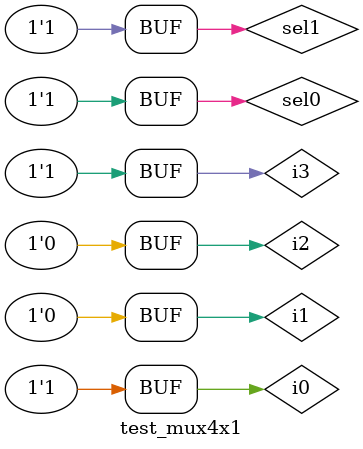
<source format=v>
module mux2x1(i1, i0, sel, f);
    input i1, i0, sel;
    output f;
    not(nsel, sel);
    and(a, i0, nsel);
    and(b, i1, sel);
    or (f, a, b);
endmodule

//-- Mux 4 to 1
module mux4x1(i3, i2, i1, i0, sel1, sel0, f);
    input i3, i2, i1, i0, sel1, sel0;
    output f;
    wire f1, f2;
    mux2x1 m0(
        .i0(i0),
        .i1(i1),
        .sel(sel1),
        .f(f1)
    );
    mux2x1 m1(
        .i0(i2),
        .i1(i3),
        .sel(sel1),
        .f(f2)
    );
    mux2x1 m2(
        .i0(f1),
        .i1(f2),
        .sel(sel0),
        .f(f)
    );
endmodule

//-- Test Bench
module test_mux4x1();
    reg i0, i1, i2, i3, sel0, sel1;
    wire f;
    mux4x1 test(
        .i0(i0),
        .i1(i1),
        .i2(i2),
        .i3(i3),
        .sel0(sel0),
        .sel1(sel1),
        .f(f)
    );
    initial begin
        $monitor("\033[0;36mi0 = %b, i1 = %b, i2 = %b, i3 = %b \033[0m|\033[0;33m s1 = %b, s0 = %b\033[0m | f = %b", i0, i1, i2, i3, sel1, sel0, f);
        sel1 = 1'b0;
        sel0 = 1'b0;
        i0 = 1'b1;
        i1 = 1'b0;
        i2 = 1'b0;
        i3 = 1'b1;
        #10;
        sel1 = 1'b0;
        sel0 = 1'b1;
        #10
        sel1 = 1'b1;
        sel0 = 1'b0;
        #10
        sel1 = 1'b1;
        sel0 = 1'b1;
    end
endmodule
</source>
